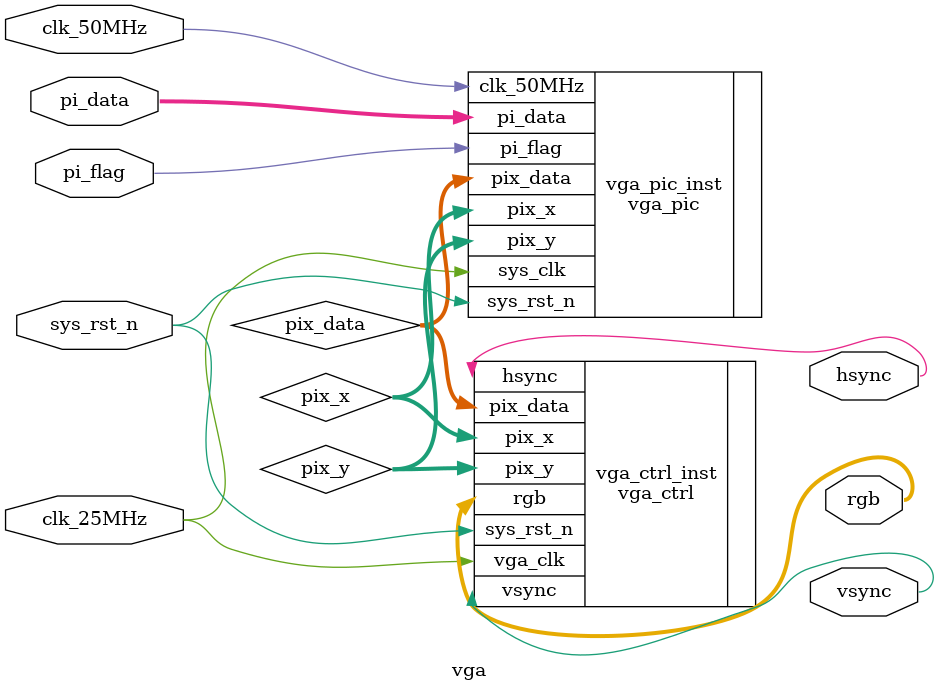
<source format=v>
module  vga
(
    input   wire            clk_50MHz   ,
    input   wire            sys_rst_n   ,
    input   wire            clk_25MHz   ,
    input   wire    [7:0]   pi_data    ,
    input   wire            pi_flag     ,
    
    output  wire            hsync       ,
    output  wire            vsync       ,
    output  wire    [7:0]   rgb         
);

wire    [9:0]   pix_x;
wire    [9:0]   pix_y;
wire    [7:0]   pix_data;

vga_ctrl    vga_ctrl_inst
(
    .vga_clk     (clk_25MHz),
    .sys_rst_n   (sys_rst_n),
    .pix_data    (pix_data),

    .hsync       (hsync),
    .vsync       (vsync),
    .pix_x       (pix_x),
    .pix_y       (pix_y),
    .rgb         (rgb  )

);

vga_pic     vga_pic_inst
(
    .sys_clk     (clk_25MHz),
    .sys_rst_n   (sys_rst_n),
    .pix_x       (pix_x),
    .pix_y       (pix_y),
    .clk_50MHz   (clk_50MHz),
    .pi_data     (pi_data),
    .pi_flag     (pi_flag),
    
    
    .pix_data    (pix_data)
);

endmodule
</source>
